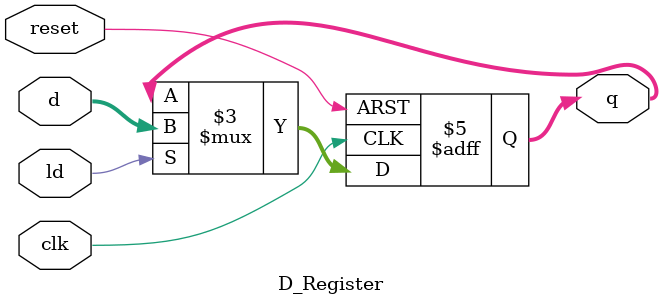
<source format=v>
`timescale 1ns / 1ps

module D_Register #(parameter WIDTH = 8)(
    input clk, reset,
    input ld,
    input [WIDTH-1:0] d,
    output reg [WIDTH-1:0] q
    );
    always @ (posedge clk, posedge reset)
        if (reset) q <= 0;
        else if (ld) q <= d;
        else q <= q;
    
endmodule

</source>
